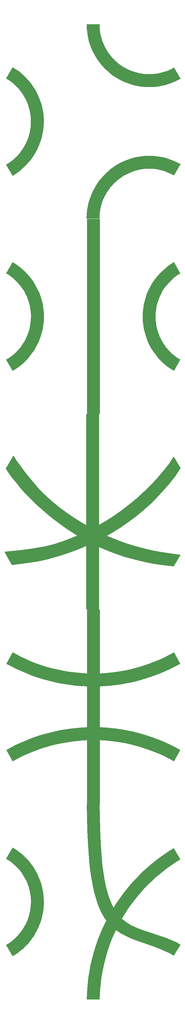
<source format=gbr>
%TF.GenerationSoftware,KiCad,Pcbnew,8.0.8*%
%TF.CreationDate,2025-04-07T12:48:12-04:00*%
%TF.ProjectId,pcb_tile_game_tile_panelized,7063625f-7469-46c6-955f-67616d655f74,rev?*%
%TF.SameCoordinates,Original*%
%TF.FileFunction,Legend,Bot*%
%TF.FilePolarity,Positive*%
%FSLAX46Y46*%
G04 Gerber Fmt 4.6, Leading zero omitted, Abs format (unit mm)*
G04 Created by KiCad (PCBNEW 8.0.8) date 2025-04-07 12:48:12*
%MOMM*%
%LPD*%
G01*
G04 APERTURE LIST*
%ADD10C,0.000000*%
%ADD11C,0.239466*%
G04 APERTURE END LIST*
D10*
G36*
X84283909Y-73142455D02*
G01*
X84283875Y-73142438D01*
X84283909Y-73142379D01*
X84283909Y-73142455D01*
G37*
G36*
X59352850Y-31146987D02*
G01*
X59453542Y-32155709D01*
X59619408Y-33148963D01*
X59848849Y-34123978D01*
X60140265Y-35077985D01*
X60492057Y-36008213D01*
X60902627Y-36911892D01*
X61370376Y-37786252D01*
X61893704Y-38628523D01*
X62471012Y-39435936D01*
X63100703Y-40205719D01*
X63781175Y-40935103D01*
X64510832Y-41621319D01*
X65288073Y-42261595D01*
X66111299Y-42853162D01*
X66978913Y-43393250D01*
X67880449Y-43874584D01*
X68804375Y-44291738D01*
X69747491Y-44644711D01*
X70706599Y-44933505D01*
X71678501Y-45158119D01*
X72659998Y-45318555D01*
X73647892Y-45414811D01*
X74638984Y-45446890D01*
X75630077Y-45414790D01*
X76617971Y-45318513D01*
X77599467Y-45158058D01*
X78571369Y-44933427D01*
X79530477Y-44644620D01*
X80473592Y-44291637D01*
X81397517Y-43874477D01*
X82299053Y-43393143D01*
X84299694Y-46857620D01*
X83163730Y-47463989D01*
X81999133Y-47989504D01*
X80809992Y-48434164D01*
X79600398Y-48797971D01*
X78374443Y-49080925D01*
X77136216Y-49283027D01*
X75889807Y-49404278D01*
X74639308Y-49444679D01*
X73388809Y-49404230D01*
X72142401Y-49282932D01*
X70904173Y-49080786D01*
X69678217Y-48797792D01*
X68468622Y-48433952D01*
X67279480Y-47989266D01*
X66114882Y-47463736D01*
X64978916Y-46857360D01*
X64425529Y-46525443D01*
X63885819Y-46176784D01*
X63360041Y-45811825D01*
X62848451Y-45431008D01*
X62351305Y-45034776D01*
X61868856Y-44623572D01*
X61401360Y-44197838D01*
X60949072Y-43758015D01*
X60512248Y-43304547D01*
X60091143Y-42837877D01*
X59686011Y-42358445D01*
X59297107Y-41866696D01*
X58924688Y-41363070D01*
X58569008Y-40848011D01*
X58230322Y-40321961D01*
X57908885Y-39785363D01*
X57604953Y-39238658D01*
X57318780Y-38682290D01*
X57050622Y-38116700D01*
X56800733Y-37542331D01*
X56569370Y-36959625D01*
X56356787Y-36369026D01*
X56163239Y-35770974D01*
X55988981Y-35165913D01*
X55834269Y-34554285D01*
X55699357Y-33936533D01*
X55584501Y-33313098D01*
X55489956Y-32684424D01*
X55415977Y-32050952D01*
X55362819Y-31413125D01*
X55330737Y-30771386D01*
X55319987Y-30126176D01*
X55319983Y-30126176D01*
X59318930Y-30125566D01*
X59352850Y-31146987D01*
G37*
G36*
X33014718Y-43613181D02*
G01*
X33554439Y-43961834D01*
X34080234Y-44326784D01*
X34591846Y-44707587D01*
X35089021Y-45103802D01*
X35571503Y-45514988D01*
X36039036Y-45940700D01*
X36491364Y-46380499D01*
X36928233Y-46833940D01*
X37349386Y-47300583D01*
X37754568Y-47779985D01*
X38143524Y-48271704D01*
X38515997Y-48775297D01*
X38871733Y-49290323D01*
X39210476Y-49816340D01*
X39531969Y-50352905D01*
X39835958Y-50899576D01*
X40122187Y-51455911D01*
X40390401Y-52021468D01*
X40640343Y-52595805D01*
X40871759Y-53178480D01*
X41084392Y-53769050D01*
X41277988Y-54367074D01*
X41452290Y-54972108D01*
X41607043Y-55583712D01*
X41741991Y-56201443D01*
X41856880Y-56824858D01*
X41951452Y-57453517D01*
X42025454Y-58086975D01*
X42078628Y-58724793D01*
X42110720Y-59366526D01*
X42121474Y-60011733D01*
X42078628Y-61298694D01*
X41951452Y-62570030D01*
X41741991Y-63822199D01*
X41452290Y-65051657D01*
X41084392Y-66254863D01*
X40640343Y-67428273D01*
X40122187Y-68568344D01*
X39531969Y-69671533D01*
X38871733Y-70734298D01*
X38143524Y-71753095D01*
X37349386Y-72724381D01*
X36491364Y-73644614D01*
X35571503Y-74510251D01*
X34591846Y-75317749D01*
X33554439Y-76063565D01*
X32461327Y-76744155D01*
X32461325Y-76744140D01*
X30461323Y-73279296D01*
X30900579Y-73015862D01*
X31328940Y-72739212D01*
X31746204Y-72449693D01*
X32152173Y-72147650D01*
X32546646Y-71833431D01*
X32929423Y-71507381D01*
X33300305Y-71169846D01*
X33659091Y-70821173D01*
X34005582Y-70461708D01*
X34339577Y-70091797D01*
X34660877Y-69711787D01*
X34969282Y-69322023D01*
X35264592Y-68922852D01*
X35546606Y-68514620D01*
X35815125Y-68097674D01*
X36069950Y-67672359D01*
X36310879Y-67239022D01*
X36537714Y-66798009D01*
X36750253Y-66349666D01*
X36948299Y-65894339D01*
X37131649Y-65432375D01*
X37300105Y-64964121D01*
X37453466Y-64489921D01*
X37591533Y-64010123D01*
X37714105Y-63525072D01*
X37820983Y-63035115D01*
X37911967Y-62540598D01*
X37986857Y-62041868D01*
X38045452Y-61539270D01*
X38087554Y-61033151D01*
X38112961Y-60523856D01*
X38121475Y-60011733D01*
X38087554Y-58990313D01*
X37986857Y-57981594D01*
X37820983Y-56988345D01*
X37591533Y-56013335D01*
X37300105Y-55059336D01*
X36948299Y-54129116D01*
X36537714Y-53225446D01*
X36069950Y-52351095D01*
X35546607Y-51508833D01*
X34969283Y-50701429D01*
X34339578Y-49931655D01*
X33659092Y-49202279D01*
X32929424Y-48516071D01*
X32152174Y-47875801D01*
X31328941Y-47284239D01*
X30461324Y-46744155D01*
X32461327Y-43281266D01*
X33014718Y-43613181D01*
G37*
G36*
X75874020Y-70595803D02*
G01*
X77120429Y-70717053D01*
X78358656Y-70919154D01*
X79584612Y-71202107D01*
X80794205Y-71565913D01*
X81983346Y-72010572D01*
X83147944Y-72536086D01*
X84283875Y-73142438D01*
X82283268Y-76606857D01*
X81381732Y-76125520D01*
X80457807Y-75708359D01*
X79514692Y-75355375D01*
X78555584Y-75066568D01*
X77583682Y-74841937D01*
X76602185Y-74681484D01*
X75614292Y-74585208D01*
X74623200Y-74553110D01*
X73632108Y-74585189D01*
X72644214Y-74681447D01*
X71662717Y-74841883D01*
X70690816Y-75066498D01*
X69731708Y-75355292D01*
X68788592Y-75708265D01*
X67864667Y-76125418D01*
X66963131Y-76606750D01*
X66523876Y-76870186D01*
X66095517Y-77146838D01*
X65678256Y-77436359D01*
X65272290Y-77738404D01*
X64877821Y-78052626D01*
X64495049Y-78378680D01*
X64124173Y-78716218D01*
X63765392Y-79064894D01*
X63418908Y-79424363D01*
X63084919Y-79794278D01*
X62763627Y-80174292D01*
X62455229Y-80564060D01*
X62159927Y-80963236D01*
X61877921Y-81371472D01*
X61609409Y-81788423D01*
X61354593Y-82213743D01*
X61113671Y-82647084D01*
X60886844Y-83088102D01*
X60674312Y-83536450D01*
X60476275Y-83991781D01*
X60292931Y-84453749D01*
X60124482Y-84922009D01*
X59971128Y-85396213D01*
X59833067Y-85876016D01*
X59710500Y-86361071D01*
X59603626Y-86851032D01*
X59512647Y-87345553D01*
X59437761Y-87844287D01*
X59379168Y-88346889D01*
X59337068Y-88853011D01*
X59311662Y-89362309D01*
X59303148Y-89874435D01*
X55304198Y-89873901D01*
X55347030Y-88586955D01*
X55474167Y-87315658D01*
X55683568Y-86063551D01*
X55973191Y-84834172D01*
X56340997Y-83631061D01*
X56784944Y-82457757D01*
X57302990Y-81317799D01*
X57893095Y-80214727D01*
X58553218Y-79152079D01*
X59281318Y-78133395D01*
X60075353Y-77162214D01*
X60933283Y-76242076D01*
X61853067Y-75376519D01*
X62832664Y-74569083D01*
X63870032Y-73823307D01*
X64963131Y-73142730D01*
X66099096Y-72536355D01*
X67263695Y-72010823D01*
X68452837Y-71566137D01*
X69662431Y-71202296D01*
X70888387Y-70919301D01*
X72126614Y-70717154D01*
X73373023Y-70595855D01*
X74623522Y-70555404D01*
X75874020Y-70595803D01*
G37*
G36*
X59294829Y-90000189D02*
G01*
X59300866Y-90000676D01*
X59306815Y-90001458D01*
X59312668Y-90002527D01*
X59318419Y-90003876D01*
X59324059Y-90005497D01*
X59329582Y-90007384D01*
X59334980Y-90009528D01*
X59340245Y-90011923D01*
X59345371Y-90014561D01*
X59350350Y-90017435D01*
X59355174Y-90020536D01*
X59359836Y-90023859D01*
X59364329Y-90027395D01*
X59368646Y-90031137D01*
X59372778Y-90035079D01*
X59376719Y-90039211D01*
X59380461Y-90043527D01*
X59383998Y-90048020D01*
X59387320Y-90052683D01*
X59390422Y-90057507D01*
X59393295Y-90062486D01*
X59395933Y-90067611D01*
X59398328Y-90072877D01*
X59400473Y-90078274D01*
X59402359Y-90083797D01*
X59403981Y-90089438D01*
X59405330Y-90095188D01*
X59406399Y-90101042D01*
X59407180Y-90106990D01*
X59407667Y-90113027D01*
X59407852Y-90119145D01*
X59407852Y-149880856D01*
X59407667Y-149886974D01*
X59407180Y-149893011D01*
X59406399Y-149898959D01*
X59405330Y-149904813D01*
X59403981Y-149910563D01*
X59402359Y-149916204D01*
X59400473Y-149921726D01*
X59398328Y-149927124D01*
X59395933Y-149932390D01*
X59393295Y-149937515D01*
X59390422Y-149942494D01*
X59387320Y-149947318D01*
X59383998Y-149951981D01*
X59380461Y-149956474D01*
X59376719Y-149960790D01*
X59372778Y-149964922D01*
X59368646Y-149968863D01*
X59364329Y-149972606D01*
X59359836Y-149976142D01*
X59355174Y-149979465D01*
X59350350Y-149982566D01*
X59345371Y-149985440D01*
X59340245Y-149988078D01*
X59334980Y-149990473D01*
X59329582Y-149992617D01*
X59324059Y-149994504D01*
X59318419Y-149996125D01*
X59312668Y-149997474D01*
X59306815Y-149998543D01*
X59300866Y-149999325D01*
X59294829Y-149999812D01*
X59288712Y-149999997D01*
X55526993Y-149999997D01*
X55520875Y-149999812D01*
X55514838Y-149999325D01*
X55508890Y-149998543D01*
X55503036Y-149997474D01*
X55497286Y-149996125D01*
X55491645Y-149994504D01*
X55486122Y-149992617D01*
X55480725Y-149990473D01*
X55475459Y-149988078D01*
X55470333Y-149985440D01*
X55465355Y-149982566D01*
X55460531Y-149979465D01*
X55455868Y-149976142D01*
X55451375Y-149972606D01*
X55447059Y-149968863D01*
X55442927Y-149964922D01*
X55438985Y-149960790D01*
X55435243Y-149956474D01*
X55431707Y-149951981D01*
X55428384Y-149947318D01*
X55425283Y-149942494D01*
X55422409Y-149937515D01*
X55419771Y-149932390D01*
X55417376Y-149927124D01*
X55415232Y-149921726D01*
X55413345Y-149916204D01*
X55411724Y-149910563D01*
X55410375Y-149904813D01*
X55409306Y-149898959D01*
X55408524Y-149893011D01*
X55408037Y-149886974D01*
X55407852Y-149880856D01*
X55407852Y-149759762D01*
X55407852Y-90240231D01*
X55648087Y-90240231D01*
X55648087Y-149759762D01*
X59169571Y-149759762D01*
X59169571Y-90240231D01*
X55648087Y-90240231D01*
X55407852Y-90240231D01*
X55407852Y-90119145D01*
X55408037Y-90113027D01*
X55408524Y-90106990D01*
X55409306Y-90101041D01*
X55410375Y-90095188D01*
X55411724Y-90089437D01*
X55413345Y-90083797D01*
X55415232Y-90078274D01*
X55417376Y-90072876D01*
X55419771Y-90067610D01*
X55422409Y-90062484D01*
X55425283Y-90057505D01*
X55428384Y-90052681D01*
X55431707Y-90048018D01*
X55435243Y-90043525D01*
X55438985Y-90039208D01*
X55442927Y-90035076D01*
X55447059Y-90031134D01*
X55451375Y-90027392D01*
X55455868Y-90023856D01*
X55460531Y-90020533D01*
X55465355Y-90017431D01*
X55470333Y-90014558D01*
X55475459Y-90011920D01*
X55480725Y-90009525D01*
X55486122Y-90007381D01*
X55491645Y-90005495D01*
X55497286Y-90003873D01*
X55503036Y-90002525D01*
X55508890Y-90001456D01*
X55514838Y-90000675D01*
X55520875Y-90000189D01*
X55526993Y-90000004D01*
X59288712Y-90000004D01*
X59294829Y-90000189D01*
G37*
G36*
X33590788Y-103948173D02*
G01*
X34628133Y-104693989D01*
X35607694Y-105501486D01*
X36527432Y-106367123D01*
X37385306Y-107287356D01*
X38179280Y-108258643D01*
X38907313Y-109277439D01*
X39567368Y-110340204D01*
X40157404Y-111443393D01*
X40675384Y-112583463D01*
X41119269Y-113756872D01*
X41487019Y-114960077D01*
X41776596Y-116189535D01*
X41985961Y-117441703D01*
X42113075Y-118713038D01*
X42155899Y-119999997D01*
X42145151Y-120645210D01*
X42113075Y-121286959D01*
X42059926Y-121924803D01*
X41985961Y-122558297D01*
X41891432Y-123187000D01*
X41776596Y-123810467D01*
X41641706Y-124428257D01*
X41487019Y-125039927D01*
X41312788Y-125645033D01*
X41119269Y-126243133D01*
X40906716Y-126833784D01*
X40675384Y-127416543D01*
X40425529Y-127990967D01*
X40157404Y-128556613D01*
X39871266Y-129113039D01*
X39567368Y-129659802D01*
X39245965Y-130196458D01*
X38907313Y-130722566D01*
X38551667Y-131237681D01*
X38179280Y-131741362D01*
X37790408Y-132233165D01*
X37385306Y-132712647D01*
X36964229Y-133179367D01*
X36527432Y-133632880D01*
X36075168Y-134072744D01*
X35607694Y-134498516D01*
X35125264Y-134909753D01*
X34628133Y-135306013D01*
X34116556Y-135686852D01*
X33590788Y-136051828D01*
X33051083Y-136400498D01*
X32497696Y-136732419D01*
X30497696Y-133267575D01*
X31365290Y-132727491D01*
X32188461Y-132135929D01*
X32965615Y-131495659D01*
X33695158Y-130809451D01*
X34375497Y-130080075D01*
X35005037Y-129310301D01*
X35582185Y-128502898D01*
X36105347Y-127660635D01*
X36572929Y-126786284D01*
X36983338Y-125882614D01*
X37334980Y-124952394D01*
X37626261Y-123998395D01*
X37855587Y-123023385D01*
X38021365Y-122030136D01*
X38122000Y-121021417D01*
X38155899Y-119999997D01*
X38147391Y-119487874D01*
X38122000Y-118978581D01*
X38079925Y-118472462D01*
X38021365Y-117969865D01*
X37946519Y-117471135D01*
X37855587Y-116976618D01*
X37748768Y-116486662D01*
X37626261Y-116001612D01*
X37488265Y-115521814D01*
X37334980Y-115047614D01*
X37166605Y-114579359D01*
X36983338Y-114117396D01*
X36785380Y-113662069D01*
X36572929Y-113213726D01*
X36346185Y-112772713D01*
X36105347Y-112339376D01*
X35850614Y-111914061D01*
X35582185Y-111497114D01*
X35300259Y-111088882D01*
X35005037Y-110689711D01*
X34696716Y-110299946D01*
X34375497Y-109919935D01*
X34041578Y-109550024D01*
X33695158Y-109190558D01*
X33336438Y-108841884D01*
X32965615Y-108504349D01*
X32582890Y-108178298D01*
X32188461Y-107864077D01*
X31782528Y-107562033D01*
X31365290Y-107272513D01*
X30936946Y-106995862D01*
X30497696Y-106732426D01*
X32497696Y-103267582D01*
X33590788Y-103948173D01*
G37*
G36*
X84263321Y-106732426D02*
G01*
X83395705Y-107272510D01*
X82572472Y-107864072D01*
X81795222Y-108504342D01*
X81065554Y-109190549D01*
X80385067Y-109919925D01*
X79755362Y-110689700D01*
X79178038Y-111497103D01*
X78654694Y-112339364D01*
X78186929Y-113213715D01*
X77776344Y-114117385D01*
X77424537Y-115047604D01*
X77133108Y-116001603D01*
X76903657Y-116976611D01*
X76737783Y-117969860D01*
X76637086Y-118978578D01*
X76603165Y-119999997D01*
X76611678Y-120512120D01*
X76637086Y-121021414D01*
X76679188Y-121527533D01*
X76737783Y-122030131D01*
X76812673Y-122528862D01*
X76903657Y-123023378D01*
X77010536Y-123513335D01*
X77133108Y-123998386D01*
X77271175Y-124478185D01*
X77424537Y-124952384D01*
X77592993Y-125420639D01*
X77776344Y-125882603D01*
X77974389Y-126337930D01*
X78186929Y-126786273D01*
X78413764Y-127227286D01*
X78654694Y-127660624D01*
X78909518Y-128085939D01*
X79178038Y-128502886D01*
X79460053Y-128911119D01*
X79755362Y-129310290D01*
X80063767Y-129700054D01*
X80385067Y-130080065D01*
X80719063Y-130449977D01*
X81065554Y-130809443D01*
X81424340Y-131158117D01*
X81795222Y-131495652D01*
X82177999Y-131821703D01*
X82572472Y-132135924D01*
X82978441Y-132437967D01*
X83395705Y-132727488D01*
X83824065Y-133004139D01*
X84263321Y-133267575D01*
X82263321Y-136732419D01*
X81170207Y-136051828D01*
X80132800Y-135306012D01*
X79153142Y-134498514D01*
X78233280Y-133632878D01*
X77375258Y-132712644D01*
X76581119Y-131741358D01*
X75852909Y-130722561D01*
X75192673Y-129659796D01*
X74602454Y-128556607D01*
X74084298Y-127416536D01*
X73640248Y-126243126D01*
X73272350Y-125039921D01*
X72982649Y-123810462D01*
X72773187Y-122558293D01*
X72646011Y-121286957D01*
X72603165Y-119999997D01*
X72613919Y-119354784D01*
X72646011Y-118713035D01*
X72699186Y-118075192D01*
X72773187Y-117441698D01*
X72867760Y-116812996D01*
X72982649Y-116189529D01*
X73117597Y-115571740D01*
X73272350Y-114960071D01*
X73446653Y-114354965D01*
X73640248Y-113756865D01*
X73852882Y-113166215D01*
X74084298Y-112583456D01*
X74334240Y-112009032D01*
X74602454Y-111443386D01*
X74888683Y-110886960D01*
X75192673Y-110340198D01*
X75514167Y-109803542D01*
X75852909Y-109277435D01*
X76208645Y-108762319D01*
X76581119Y-108258639D01*
X76970075Y-107766836D01*
X77375258Y-107287353D01*
X77796411Y-106820634D01*
X78233280Y-106367121D01*
X78685609Y-105927257D01*
X79153142Y-105501485D01*
X79635625Y-105090248D01*
X80132800Y-104693988D01*
X80644413Y-104313149D01*
X81170207Y-103948173D01*
X81709929Y-103599503D01*
X82263321Y-103267582D01*
X84263321Y-106732426D01*
G37*
G36*
X59288330Y-149880276D02*
G01*
X55527802Y-149880276D01*
X55527802Y-90119748D01*
X59288330Y-90119748D01*
X59288330Y-149880276D01*
G37*
G36*
X33695469Y-164181887D02*
G01*
X34837198Y-165784467D01*
X36038062Y-167407290D01*
X37287729Y-169023824D01*
X38575865Y-170607532D01*
X39892140Y-172131881D01*
X40557600Y-172863504D01*
X41226221Y-173570337D01*
X41896709Y-174249062D01*
X42567775Y-174896364D01*
X44683123Y-176793493D01*
X46895557Y-178602953D01*
X49197995Y-180321874D01*
X51583356Y-181947385D01*
X54044559Y-183476616D01*
X56574522Y-184906695D01*
X59166165Y-186234752D01*
X61812405Y-187457917D01*
X64506162Y-188573318D01*
X67240354Y-189578086D01*
X70007900Y-190469348D01*
X72801719Y-191244235D01*
X75614729Y-191899876D01*
X78439849Y-192433400D01*
X81269998Y-192841936D01*
X84298094Y-193222614D01*
X82206045Y-196843395D01*
X79024199Y-196450090D01*
X76079749Y-196029727D01*
X73174562Y-195484109D01*
X70310506Y-194815035D01*
X67489447Y-194024308D01*
X64713252Y-193113729D01*
X61983787Y-192085100D01*
X59302919Y-190940221D01*
X56672516Y-189680894D01*
X54094443Y-188308920D01*
X51570568Y-186826101D01*
X49102757Y-185234239D01*
X46692878Y-183535133D01*
X44342796Y-181730587D01*
X42054379Y-179822401D01*
X39829493Y-177812376D01*
X38449159Y-176484737D01*
X37145058Y-175165517D01*
X35905372Y-173840311D01*
X34718285Y-172494714D01*
X33571977Y-171114321D01*
X32454631Y-169684729D01*
X31354430Y-168191532D01*
X30359555Y-166720325D01*
X32723206Y-162726085D01*
X33695469Y-164181887D01*
G37*
G36*
X84301460Y-166626335D02*
G01*
X82756528Y-168962038D01*
X80920260Y-171301825D01*
X78995148Y-173544981D01*
X76983686Y-175690790D01*
X74888368Y-177738535D01*
X72711686Y-179687501D01*
X70456135Y-181536972D01*
X68124207Y-183286231D01*
X65718397Y-184934564D01*
X63241197Y-186481253D01*
X60695101Y-187925584D01*
X58082602Y-189266839D01*
X55406195Y-190504304D01*
X52668371Y-191637262D01*
X49871625Y-192664997D01*
X47018451Y-193586794D01*
X45178515Y-194118378D01*
X43383985Y-194588152D01*
X41616479Y-194999148D01*
X39857613Y-195354397D01*
X38089003Y-195656932D01*
X36292266Y-195909785D01*
X34449018Y-196115988D01*
X32240877Y-196378574D01*
X29963598Y-192334484D01*
X32147093Y-192083775D01*
X34105831Y-191896296D01*
X36111669Y-191667727D01*
X38136460Y-191393750D01*
X40152059Y-191070045D01*
X42130320Y-190692293D01*
X44043099Y-190256175D01*
X44966137Y-190014879D01*
X45862250Y-189757372D01*
X48562885Y-188873991D01*
X51236140Y-187862697D01*
X53875989Y-186728188D01*
X56476403Y-185475160D01*
X59031357Y-184108311D01*
X61534824Y-182632338D01*
X63980777Y-181051938D01*
X66363189Y-179371809D01*
X68676034Y-177596647D01*
X70913284Y-175731151D01*
X73068913Y-173780016D01*
X75136895Y-171747941D01*
X77111202Y-169639623D01*
X78985807Y-167459758D01*
X80754685Y-165213045D01*
X82211807Y-163004180D01*
X84301460Y-166626335D01*
G37*
D11*
X59008525Y-209880265D02*
X55247985Y-209880265D01*
X55247985Y-150119734D01*
X59008525Y-150119734D01*
X59008525Y-209880265D01*
G36*
X59008525Y-209880265D02*
G01*
X55247985Y-209880265D01*
X55247985Y-150119734D01*
X59008525Y-150119734D01*
X59008525Y-209880265D01*
G37*
D10*
G36*
X84241842Y-226744887D02*
G01*
X82706602Y-227573249D01*
X81146025Y-228351633D01*
X79561742Y-229079608D01*
X77955382Y-229756745D01*
X76328576Y-230382615D01*
X74682954Y-230956785D01*
X73020145Y-231478828D01*
X71341779Y-231948313D01*
X69649487Y-232364810D01*
X67944899Y-232727889D01*
X66229645Y-233037120D01*
X64505354Y-233292073D01*
X62773657Y-233492318D01*
X61036183Y-233637426D01*
X59294564Y-233726966D01*
X57550428Y-233760508D01*
X55784826Y-233737132D01*
X54021491Y-233656354D01*
X52262112Y-233518615D01*
X50508379Y-233324354D01*
X48761983Y-233074013D01*
X47024613Y-232768031D01*
X45297960Y-232406849D01*
X43583713Y-231990908D01*
X41883563Y-231520648D01*
X40199199Y-230996510D01*
X38532312Y-230418933D01*
X36884591Y-229788359D01*
X35257727Y-229105227D01*
X33653409Y-228369978D01*
X32073328Y-227583052D01*
X30519174Y-226744891D01*
X32476204Y-223256602D01*
X32476208Y-223256598D01*
X33915310Y-224032578D01*
X35379236Y-224761327D01*
X36866303Y-225442411D01*
X38374831Y-226075392D01*
X39903136Y-226659835D01*
X41449536Y-227195304D01*
X43012349Y-227681364D01*
X44589894Y-228117577D01*
X46180487Y-228503508D01*
X47782447Y-228838721D01*
X49394092Y-229122781D01*
X51013739Y-229355250D01*
X52639707Y-229535694D01*
X54270312Y-229663675D01*
X55903874Y-229738759D01*
X57538709Y-229760508D01*
X59153725Y-229729348D01*
X60767220Y-229646156D01*
X62377569Y-229511360D01*
X63983148Y-229325385D01*
X65582333Y-229088657D01*
X67173498Y-228801600D01*
X68755021Y-228464640D01*
X70325275Y-228078204D01*
X71882638Y-227642715D01*
X73425485Y-227158601D01*
X74952191Y-226626286D01*
X76461132Y-226046197D01*
X77950684Y-225418757D01*
X79419222Y-224744394D01*
X80865122Y-224023533D01*
X82286760Y-223256598D01*
X84241842Y-226744887D01*
G37*
D11*
X59289236Y-269880269D02*
X55528695Y-269880269D01*
X55528695Y-210119731D01*
X59289236Y-210119731D01*
X59289236Y-269880269D01*
G36*
X59289236Y-269880269D02*
G01*
X55528695Y-269880269D01*
X55528695Y-210119731D01*
X59289236Y-210119731D01*
X59289236Y-269880269D01*
G37*
D10*
G36*
X59294564Y-246272581D02*
G01*
X61036183Y-246362125D01*
X62773657Y-246507235D01*
X64505354Y-246707482D01*
X66229644Y-246962435D01*
X67944899Y-247271666D01*
X69649487Y-247634744D01*
X71341778Y-248051240D01*
X73020143Y-248520723D01*
X74682952Y-249042764D01*
X76328574Y-249616932D01*
X77955379Y-250242799D01*
X79561738Y-250919934D01*
X81146020Y-251647908D01*
X82706595Y-252426290D01*
X84241834Y-253254651D01*
X82286756Y-256744893D01*
X80865118Y-255977937D01*
X79419218Y-255257015D01*
X77950680Y-254582557D01*
X76461128Y-253954994D01*
X74952187Y-253374758D01*
X73425481Y-252842279D01*
X71882634Y-252357990D01*
X70325272Y-251922320D01*
X68755017Y-251535702D01*
X67173494Y-251198567D01*
X65582329Y-250911345D01*
X63983144Y-250674468D01*
X62377565Y-250488367D01*
X60767216Y-250353474D01*
X59153722Y-250270219D01*
X57538705Y-250239034D01*
X55903870Y-250260801D01*
X54270308Y-250335944D01*
X52639703Y-250464019D01*
X51013735Y-250644586D01*
X49394088Y-250877202D01*
X47782444Y-251161426D01*
X46180483Y-251496816D01*
X44589890Y-251882930D01*
X43012346Y-252319326D01*
X41449532Y-252805562D01*
X39903132Y-253341198D01*
X38374827Y-253925790D01*
X36866300Y-254558897D01*
X35379233Y-255240078D01*
X33915307Y-255968891D01*
X32476205Y-256744893D01*
X30519175Y-253254651D01*
X32073330Y-252416488D01*
X33653411Y-251629561D01*
X35257728Y-250894311D01*
X36884592Y-250211178D01*
X38532313Y-249580602D01*
X40199200Y-249003025D01*
X41883564Y-248478885D01*
X43583714Y-248008625D01*
X45297961Y-247592684D01*
X47024614Y-247231502D01*
X48761983Y-246925521D01*
X50508379Y-246675180D01*
X52262112Y-246480921D01*
X54021491Y-246343183D01*
X55784826Y-246262407D01*
X57550428Y-246239034D01*
X59294564Y-246272581D01*
G37*
G36*
X84260614Y-286719711D02*
G01*
X84260488Y-286719497D01*
X84260583Y-286719421D01*
X84260614Y-286719711D01*
G37*
G36*
X59369129Y-269968712D02*
G01*
X59492486Y-277614260D01*
X59665540Y-281992981D01*
X59984862Y-286498908D01*
X60216252Y-288742521D01*
X60504463Y-290949473D01*
X60856247Y-293096943D01*
X61278356Y-295162109D01*
X61777541Y-297122152D01*
X62360554Y-298954248D01*
X63034146Y-300635579D01*
X63805069Y-302143322D01*
X64223770Y-302817491D01*
X64667222Y-303445327D01*
X65134375Y-304029324D01*
X65624180Y-304571976D01*
X66135586Y-305075777D01*
X66667546Y-305543221D01*
X67219008Y-305976802D01*
X67788924Y-306379014D01*
X68979920Y-307099308D01*
X70232136Y-307724055D01*
X71537178Y-308273207D01*
X72886650Y-308766716D01*
X78560918Y-310583369D01*
X80006601Y-311097947D01*
X81446340Y-311676596D01*
X82871737Y-312339268D01*
X84274399Y-313105915D01*
X82230987Y-316543201D01*
X80718329Y-315708887D01*
X79185780Y-314975664D01*
X77641741Y-314323583D01*
X76094615Y-313732695D01*
X70043292Y-311582083D01*
X68606768Y-310997917D01*
X67217573Y-310355247D01*
X65884108Y-309634123D01*
X65240901Y-309237907D01*
X64614777Y-308814596D01*
X64006786Y-308361698D01*
X63417980Y-307876717D01*
X62849409Y-307357161D01*
X62302122Y-306800536D01*
X61777170Y-306204348D01*
X61275604Y-305566103D01*
X60798473Y-304883308D01*
X60346828Y-304153469D01*
X59511931Y-302531666D01*
X58778383Y-300735101D01*
X58139435Y-298786605D01*
X57588334Y-296709006D01*
X57118329Y-294525136D01*
X56722668Y-292257824D01*
X56394599Y-289929901D01*
X56127372Y-287564195D01*
X55748436Y-282810759D01*
X55531846Y-278180156D01*
X55369659Y-270018009D01*
X59369129Y-269968708D01*
X59369129Y-269968712D01*
G37*
G36*
X84268570Y-286894089D02*
G01*
X84268570Y-286894093D01*
X82877003Y-287752401D01*
X81513926Y-288655823D01*
X80180558Y-289603120D01*
X78878118Y-290593052D01*
X77607824Y-291624381D01*
X76370895Y-292695868D01*
X75168550Y-293806274D01*
X74002006Y-294954361D01*
X72872484Y-296138890D01*
X71781202Y-297358622D01*
X70729377Y-298612318D01*
X69718230Y-299898739D01*
X68748978Y-301216648D01*
X67822840Y-302564804D01*
X66941035Y-303941969D01*
X66104782Y-305346905D01*
X65324260Y-306761130D01*
X64589558Y-308200052D01*
X63901120Y-309662053D01*
X63259389Y-311145512D01*
X62664810Y-312648810D01*
X62117825Y-314170328D01*
X61618879Y-315708446D01*
X61168415Y-317261544D01*
X60766877Y-318828004D01*
X60414708Y-320406205D01*
X60112353Y-321994528D01*
X59860254Y-323591354D01*
X59658856Y-325195062D01*
X59508602Y-326804035D01*
X59409935Y-328416651D01*
X59363300Y-330031292D01*
X55364819Y-329980289D01*
X55415055Y-328236554D01*
X55521243Y-326495865D01*
X55682938Y-324759849D01*
X55899699Y-323030133D01*
X56171083Y-321308344D01*
X56496648Y-319596107D01*
X56875950Y-317895050D01*
X57308546Y-316206800D01*
X57793996Y-314532984D01*
X58331854Y-312875227D01*
X58921680Y-311235157D01*
X59563030Y-309614401D01*
X60255461Y-308014585D01*
X60998532Y-306437335D01*
X61791799Y-304884280D01*
X62634819Y-303357044D01*
X63537863Y-301839679D01*
X64489485Y-300352977D01*
X65488460Y-298898182D01*
X66533560Y-297476537D01*
X67623560Y-296089286D01*
X68757233Y-294737671D01*
X69933353Y-293422937D01*
X71150692Y-292146327D01*
X72408025Y-290909083D01*
X73704125Y-289712451D01*
X75037765Y-288557672D01*
X76407720Y-287445991D01*
X77812762Y-286378651D01*
X79251666Y-285356894D01*
X80723204Y-284381966D01*
X82226150Y-283455109D01*
X84268570Y-286894089D01*
G37*
G36*
X33579731Y-283916945D02*
G01*
X34617138Y-284662759D01*
X35596795Y-285470256D01*
X36516658Y-286335892D01*
X37374681Y-287256124D01*
X38168819Y-288227410D01*
X38897030Y-289246206D01*
X39557267Y-290308970D01*
X40147486Y-291412159D01*
X40665643Y-292552230D01*
X41109693Y-293725640D01*
X41477591Y-294928846D01*
X41767294Y-296158305D01*
X41976755Y-297410476D01*
X42103932Y-298681814D01*
X42146778Y-299968777D01*
X42136024Y-300613983D01*
X42103932Y-301255716D01*
X42050757Y-301893533D01*
X41976755Y-302526991D01*
X41882182Y-303155649D01*
X41767294Y-303779064D01*
X41632345Y-304396794D01*
X41477591Y-305008398D01*
X41303289Y-305613432D01*
X41109693Y-306211455D01*
X40897059Y-306802025D01*
X40665643Y-307384699D01*
X40415700Y-307959036D01*
X40147486Y-308524593D01*
X39861256Y-309080929D01*
X39557267Y-309627600D01*
X39235773Y-310164165D01*
X38897030Y-310690181D01*
X38541293Y-311205208D01*
X38168819Y-311708801D01*
X37779863Y-312200520D01*
X37374681Y-312679922D01*
X36953527Y-313146566D01*
X36516658Y-313600007D01*
X36064329Y-314039806D01*
X35596795Y-314465519D01*
X35114313Y-314876705D01*
X34617138Y-315272921D01*
X34105526Y-315653725D01*
X33579731Y-316018676D01*
X33040010Y-316367330D01*
X32486618Y-316699245D01*
X30486618Y-313236355D01*
X31354234Y-312696269D01*
X32177467Y-312104706D01*
X32954718Y-311464436D01*
X33684386Y-310778227D01*
X34364872Y-310048850D01*
X34994578Y-309279075D01*
X35571903Y-308471672D01*
X36095247Y-307629410D01*
X36563012Y-306755059D01*
X36973598Y-305851389D01*
X37325405Y-304921169D01*
X37616834Y-303967170D01*
X37846285Y-302992162D01*
X38012159Y-301998914D01*
X38112857Y-300990195D01*
X38146778Y-299968777D01*
X38138264Y-299456652D01*
X38112857Y-298947357D01*
X38070755Y-298441236D01*
X38012160Y-297938637D01*
X37937270Y-297439906D01*
X37846286Y-296945389D01*
X37739407Y-296455431D01*
X37616835Y-295970380D01*
X37478767Y-295490581D01*
X37325406Y-295016381D01*
X37156950Y-294548125D01*
X36973599Y-294086161D01*
X36775554Y-293630835D01*
X36563013Y-293182491D01*
X36336178Y-292741478D01*
X36095249Y-292308141D01*
X35840424Y-291882826D01*
X35571904Y-291465879D01*
X35289889Y-291057647D01*
X34994580Y-290658476D01*
X34686174Y-290268712D01*
X34364874Y-289888701D01*
X34030878Y-289518790D01*
X33684387Y-289159325D01*
X33325601Y-288810652D01*
X32954719Y-288473117D01*
X32571941Y-288147067D01*
X32177468Y-287832847D01*
X31771499Y-287530804D01*
X31354235Y-287241284D01*
X30925874Y-286964633D01*
X30486618Y-286701199D01*
X32486618Y-283236359D01*
X32486618Y-283236355D01*
X33579731Y-283916945D01*
G37*
G36*
X32480969Y-283195296D02*
G01*
X32480935Y-283195275D01*
X32481008Y-283195229D01*
X32480969Y-283195296D01*
G37*
M02*

</source>
